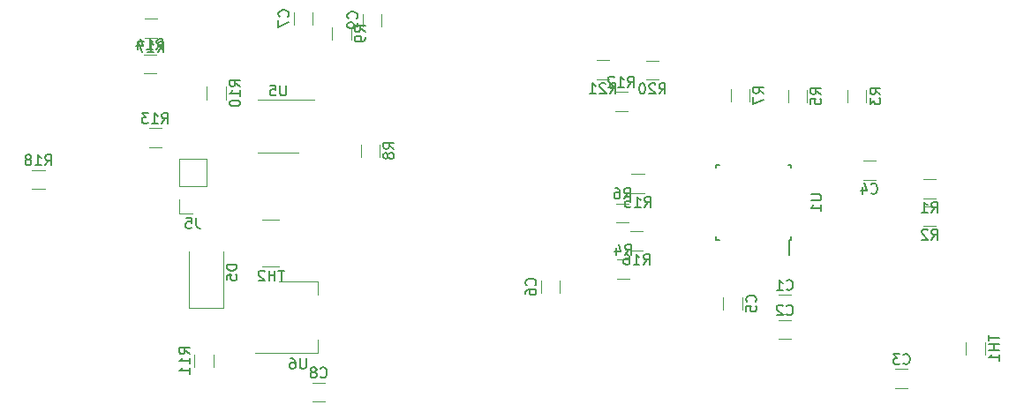
<source format=gbr>
%TF.GenerationSoftware,KiCad,Pcbnew,5.1.6-c6e7f7d~87~ubuntu18.04.1*%
%TF.CreationDate,2021-03-29T12:27:15+02:00*%
%TF.ProjectId,sboxnet2usb,73626f78-6e65-4743-9275-73622e6b6963,rev?*%
%TF.SameCoordinates,Original*%
%TF.FileFunction,Legend,Bot*%
%TF.FilePolarity,Positive*%
%FSLAX46Y46*%
G04 Gerber Fmt 4.6, Leading zero omitted, Abs format (unit mm)*
G04 Created by KiCad (PCBNEW 5.1.6-c6e7f7d~87~ubuntu18.04.1) date 2021-03-29 12:27:15*
%MOMM*%
%LPD*%
G01*
G04 APERTURE LIST*
%ADD10C,0.120000*%
%ADD11C,0.150000*%
G04 APERTURE END LIST*
D10*
%TO.C,R10*%
X174665000Y-94102064D02*
X174665000Y-92897936D01*
X176485000Y-94102064D02*
X176485000Y-92897936D01*
%TO.C,D5*%
X176250000Y-114100000D02*
X176250000Y-108700000D01*
X172950000Y-114100000D02*
X172950000Y-108700000D01*
X176250000Y-114100000D02*
X172950000Y-114100000D01*
%TO.C,R13*%
X170302065Y-98710000D02*
X169097937Y-98710000D01*
X170302065Y-96890000D02*
X169097937Y-96890000D01*
%TO.C,R17*%
X168697936Y-86390000D02*
X169902064Y-86390000D01*
X168697936Y-88210000D02*
X169902064Y-88210000D01*
%TO.C,J5*%
X171970000Y-105030000D02*
X173300000Y-105030000D01*
X171970000Y-103700000D02*
X171970000Y-105030000D01*
X171970000Y-102430000D02*
X174630000Y-102430000D01*
X174630000Y-102430000D02*
X174630000Y-99830000D01*
X171970000Y-102430000D02*
X171970000Y-99830000D01*
X171970000Y-99830000D02*
X174630000Y-99830000D01*
%TO.C,R18*%
X159102064Y-100890000D02*
X157897936Y-100890000D01*
X159102064Y-102710000D02*
X157897936Y-102710000D01*
%TO.C,R14*%
X169802064Y-91610000D02*
X168597936Y-91610000D01*
X169802064Y-89790000D02*
X168597936Y-89790000D01*
%TO.C,U5*%
X181500000Y-94140000D02*
X184950000Y-94140000D01*
X181500000Y-94140000D02*
X179550000Y-94140000D01*
X181500000Y-99260000D02*
X183450000Y-99260000D01*
X181500000Y-99260000D02*
X179550000Y-99260000D01*
%TO.C,R11*%
X175285000Y-118572936D02*
X175285000Y-119777064D01*
X173465000Y-118572936D02*
X173465000Y-119777064D01*
%TO.C,TH2*%
X180002631Y-105690000D02*
X181597369Y-105690000D01*
X180002631Y-110110000D02*
X181597369Y-110110000D01*
%TO.C,C8*%
X186002064Y-123110000D02*
X184797936Y-123110000D01*
X186002064Y-121290000D02*
X184797936Y-121290000D01*
%TO.C,R8*%
X189415000Y-99627064D02*
X189415000Y-98422936D01*
X191235000Y-99627064D02*
X191235000Y-98422936D01*
%TO.C,R21*%
X212047936Y-90365000D02*
X213252064Y-90365000D01*
X212047936Y-92185000D02*
X213252064Y-92185000D01*
%TO.C,R20*%
X216797936Y-90390000D02*
X218002064Y-90390000D01*
X216797936Y-92210000D02*
X218002064Y-92210000D01*
%TO.C,C7*%
X182990000Y-85722935D02*
X182990000Y-86927063D01*
X184810000Y-85722935D02*
X184810000Y-86927063D01*
%TO.C,C9*%
X189590000Y-85897936D02*
X189590000Y-87102064D01*
X191410000Y-85897936D02*
X191410000Y-87102064D01*
%TO.C,U6*%
X185310000Y-111590000D02*
X185310000Y-112850000D01*
X185310000Y-118410000D02*
X185310000Y-117150000D01*
X181550000Y-111590000D02*
X185310000Y-111590000D01*
X179300000Y-118410000D02*
X185310000Y-118410000D01*
%TO.C,R16*%
X215297936Y-106790000D02*
X216502064Y-106790000D01*
X215297936Y-108610000D02*
X216502064Y-108610000D01*
%TO.C,R15*%
X215397936Y-101290000D02*
X216602064Y-101290000D01*
X215397936Y-103110000D02*
X216602064Y-103110000D01*
%TO.C,R12*%
X215002064Y-93390000D02*
X213797936Y-93390000D01*
X215002064Y-95210000D02*
X213797936Y-95210000D01*
%TO.C,C5*%
X226009999Y-114302064D02*
X226009999Y-113097936D01*
X224189999Y-114302064D02*
X224189999Y-113097936D01*
D11*
%TO.C,U1*%
X230725000Y-107625000D02*
X230500000Y-107625000D01*
X230725000Y-100375000D02*
X230400000Y-100375000D01*
X223475000Y-100375000D02*
X223800000Y-100375000D01*
X223475000Y-107625000D02*
X223800000Y-107625000D01*
X230725000Y-107625000D02*
X230725000Y-107300000D01*
X223475000Y-107625000D02*
X223475000Y-107300000D01*
X223475000Y-100375000D02*
X223475000Y-100700000D01*
X230725000Y-100375000D02*
X230725000Y-100700000D01*
X230500000Y-107625000D02*
X230500000Y-109050000D01*
D10*
%TO.C,TH1*%
X249310000Y-118602064D02*
X249310000Y-117397936D01*
X247490000Y-118602064D02*
X247490000Y-117397936D01*
%TO.C,R7*%
X226710000Y-94302064D02*
X226710000Y-93097936D01*
X224890000Y-94302064D02*
X224890000Y-93097936D01*
%TO.C,R6*%
X215102064Y-104090000D02*
X213897936Y-104090000D01*
X215102064Y-105910000D02*
X213897936Y-105910000D01*
%TO.C,R5*%
X232210000Y-94402064D02*
X232210000Y-93197936D01*
X230390000Y-94402064D02*
X230390000Y-93197936D01*
%TO.C,R4*%
X215202064Y-109490000D02*
X213997936Y-109490000D01*
X215202064Y-111310000D02*
X213997936Y-111310000D01*
%TO.C,R3*%
X237910000Y-94402064D02*
X237910000Y-93197936D01*
X236090000Y-94402064D02*
X236090000Y-93197936D01*
%TO.C,R2*%
X243397936Y-106210000D02*
X244602064Y-106210000D01*
X243397936Y-104390000D02*
X244602064Y-104390000D01*
%TO.C,R1*%
X243397936Y-103610000D02*
X244602064Y-103610000D01*
X243397936Y-101790000D02*
X244602064Y-101790000D01*
%TO.C,C6*%
X206690000Y-111497936D02*
X206690000Y-112702064D01*
X208510000Y-111497936D02*
X208510000Y-112702064D01*
%TO.C,C4*%
X237597936Y-101810000D02*
X238802064Y-101810000D01*
X237597936Y-99990000D02*
X238802064Y-99990000D01*
%TO.C,C3*%
X241902064Y-119990000D02*
X240697936Y-119990000D01*
X241902064Y-121810000D02*
X240697936Y-121810000D01*
%TO.C,C2*%
X230702064Y-115290000D02*
X229497936Y-115290000D01*
X230702064Y-117110000D02*
X229497936Y-117110000D01*
%TO.C,C1*%
X230702064Y-112890000D02*
X229497936Y-112890000D01*
X230702064Y-114710000D02*
X229497936Y-114710000D01*
%TO.C,R9*%
X186665000Y-88402064D02*
X186665000Y-87197936D01*
X188485000Y-88402064D02*
X188485000Y-87197936D01*
%TO.C,R10*%
D11*
X177847380Y-92857142D02*
X177371190Y-92523809D01*
X177847380Y-92285714D02*
X176847380Y-92285714D01*
X176847380Y-92666666D01*
X176895000Y-92761904D01*
X176942619Y-92809523D01*
X177037857Y-92857142D01*
X177180714Y-92857142D01*
X177275952Y-92809523D01*
X177323571Y-92761904D01*
X177371190Y-92666666D01*
X177371190Y-92285714D01*
X177847380Y-93809523D02*
X177847380Y-93238095D01*
X177847380Y-93523809D02*
X176847380Y-93523809D01*
X176990238Y-93428571D01*
X177085476Y-93333333D01*
X177133095Y-93238095D01*
X176847380Y-94428571D02*
X176847380Y-94523809D01*
X176895000Y-94619047D01*
X176942619Y-94666666D01*
X177037857Y-94714285D01*
X177228333Y-94761904D01*
X177466428Y-94761904D01*
X177656904Y-94714285D01*
X177752142Y-94666666D01*
X177799761Y-94619047D01*
X177847380Y-94523809D01*
X177847380Y-94428571D01*
X177799761Y-94333333D01*
X177752142Y-94285714D01*
X177656904Y-94238095D01*
X177466428Y-94190476D01*
X177228333Y-94190476D01*
X177037857Y-94238095D01*
X176942619Y-94285714D01*
X176895000Y-94333333D01*
X176847380Y-94428571D01*
%TO.C,D5*%
X177552380Y-109961904D02*
X176552380Y-109961904D01*
X176552380Y-110200000D01*
X176600000Y-110342857D01*
X176695238Y-110438095D01*
X176790476Y-110485714D01*
X176980952Y-110533333D01*
X177123809Y-110533333D01*
X177314285Y-110485714D01*
X177409523Y-110438095D01*
X177504761Y-110342857D01*
X177552380Y-110200000D01*
X177552380Y-109961904D01*
X176552380Y-111438095D02*
X176552380Y-110961904D01*
X177028571Y-110914285D01*
X176980952Y-110961904D01*
X176933333Y-111057142D01*
X176933333Y-111295238D01*
X176980952Y-111390476D01*
X177028571Y-111438095D01*
X177123809Y-111485714D01*
X177361904Y-111485714D01*
X177457142Y-111438095D01*
X177504761Y-111390476D01*
X177552380Y-111295238D01*
X177552380Y-111057142D01*
X177504761Y-110961904D01*
X177457142Y-110914285D01*
%TO.C,R13*%
X170342858Y-96432380D02*
X170676191Y-95956190D01*
X170914286Y-96432380D02*
X170914286Y-95432380D01*
X170533334Y-95432380D01*
X170438096Y-95480000D01*
X170390477Y-95527619D01*
X170342858Y-95622857D01*
X170342858Y-95765714D01*
X170390477Y-95860952D01*
X170438096Y-95908571D01*
X170533334Y-95956190D01*
X170914286Y-95956190D01*
X169390477Y-96432380D02*
X169961905Y-96432380D01*
X169676191Y-96432380D02*
X169676191Y-95432380D01*
X169771429Y-95575238D01*
X169866667Y-95670476D01*
X169961905Y-95718095D01*
X169057143Y-95432380D02*
X168438096Y-95432380D01*
X168771429Y-95813333D01*
X168628572Y-95813333D01*
X168533334Y-95860952D01*
X168485715Y-95908571D01*
X168438096Y-96003809D01*
X168438096Y-96241904D01*
X168485715Y-96337142D01*
X168533334Y-96384761D01*
X168628572Y-96432380D01*
X168914286Y-96432380D01*
X169009524Y-96384761D01*
X169057143Y-96337142D01*
%TO.C,R17*%
X169942857Y-89572380D02*
X170276190Y-89096190D01*
X170514285Y-89572380D02*
X170514285Y-88572380D01*
X170133333Y-88572380D01*
X170038095Y-88620000D01*
X169990476Y-88667619D01*
X169942857Y-88762857D01*
X169942857Y-88905714D01*
X169990476Y-89000952D01*
X170038095Y-89048571D01*
X170133333Y-89096190D01*
X170514285Y-89096190D01*
X168990476Y-89572380D02*
X169561904Y-89572380D01*
X169276190Y-89572380D02*
X169276190Y-88572380D01*
X169371428Y-88715238D01*
X169466666Y-88810476D01*
X169561904Y-88858095D01*
X168657142Y-88572380D02*
X167990476Y-88572380D01*
X168419047Y-89572380D01*
%TO.C,J5*%
X173633333Y-105482380D02*
X173633333Y-106196666D01*
X173680952Y-106339523D01*
X173776190Y-106434761D01*
X173919047Y-106482380D01*
X174014285Y-106482380D01*
X172680952Y-105482380D02*
X173157142Y-105482380D01*
X173204761Y-105958571D01*
X173157142Y-105910952D01*
X173061904Y-105863333D01*
X172823809Y-105863333D01*
X172728571Y-105910952D01*
X172680952Y-105958571D01*
X172633333Y-106053809D01*
X172633333Y-106291904D01*
X172680952Y-106387142D01*
X172728571Y-106434761D01*
X172823809Y-106482380D01*
X173061904Y-106482380D01*
X173157142Y-106434761D01*
X173204761Y-106387142D01*
%TO.C,R18*%
X159142857Y-100432380D02*
X159476190Y-99956190D01*
X159714285Y-100432380D02*
X159714285Y-99432380D01*
X159333333Y-99432380D01*
X159238095Y-99480000D01*
X159190476Y-99527619D01*
X159142857Y-99622857D01*
X159142857Y-99765714D01*
X159190476Y-99860952D01*
X159238095Y-99908571D01*
X159333333Y-99956190D01*
X159714285Y-99956190D01*
X158190476Y-100432380D02*
X158761904Y-100432380D01*
X158476190Y-100432380D02*
X158476190Y-99432380D01*
X158571428Y-99575238D01*
X158666666Y-99670476D01*
X158761904Y-99718095D01*
X157619047Y-99860952D02*
X157714285Y-99813333D01*
X157761904Y-99765714D01*
X157809523Y-99670476D01*
X157809523Y-99622857D01*
X157761904Y-99527619D01*
X157714285Y-99480000D01*
X157619047Y-99432380D01*
X157428571Y-99432380D01*
X157333333Y-99480000D01*
X157285714Y-99527619D01*
X157238095Y-99622857D01*
X157238095Y-99670476D01*
X157285714Y-99765714D01*
X157333333Y-99813333D01*
X157428571Y-99860952D01*
X157619047Y-99860952D01*
X157714285Y-99908571D01*
X157761904Y-99956190D01*
X157809523Y-100051428D01*
X157809523Y-100241904D01*
X157761904Y-100337142D01*
X157714285Y-100384761D01*
X157619047Y-100432380D01*
X157428571Y-100432380D01*
X157333333Y-100384761D01*
X157285714Y-100337142D01*
X157238095Y-100241904D01*
X157238095Y-100051428D01*
X157285714Y-99956190D01*
X157333333Y-99908571D01*
X157428571Y-99860952D01*
%TO.C,R14*%
X169842857Y-89332380D02*
X170176190Y-88856190D01*
X170414285Y-89332380D02*
X170414285Y-88332380D01*
X170033333Y-88332380D01*
X169938095Y-88380000D01*
X169890476Y-88427619D01*
X169842857Y-88522857D01*
X169842857Y-88665714D01*
X169890476Y-88760952D01*
X169938095Y-88808571D01*
X170033333Y-88856190D01*
X170414285Y-88856190D01*
X168890476Y-89332380D02*
X169461904Y-89332380D01*
X169176190Y-89332380D02*
X169176190Y-88332380D01*
X169271428Y-88475238D01*
X169366666Y-88570476D01*
X169461904Y-88618095D01*
X168033333Y-88665714D02*
X168033333Y-89332380D01*
X168271428Y-88284761D02*
X168509523Y-88999047D01*
X167890476Y-88999047D01*
%TO.C,U5*%
X182261904Y-92752380D02*
X182261904Y-93561904D01*
X182214285Y-93657142D01*
X182166666Y-93704761D01*
X182071428Y-93752380D01*
X181880952Y-93752380D01*
X181785714Y-93704761D01*
X181738095Y-93657142D01*
X181690476Y-93561904D01*
X181690476Y-92752380D01*
X180738095Y-92752380D02*
X181214285Y-92752380D01*
X181261904Y-93228571D01*
X181214285Y-93180952D01*
X181119047Y-93133333D01*
X180880952Y-93133333D01*
X180785714Y-93180952D01*
X180738095Y-93228571D01*
X180690476Y-93323809D01*
X180690476Y-93561904D01*
X180738095Y-93657142D01*
X180785714Y-93704761D01*
X180880952Y-93752380D01*
X181119047Y-93752380D01*
X181214285Y-93704761D01*
X181261904Y-93657142D01*
%TO.C,R11*%
X173007380Y-118532142D02*
X172531190Y-118198809D01*
X173007380Y-117960714D02*
X172007380Y-117960714D01*
X172007380Y-118341666D01*
X172055000Y-118436904D01*
X172102619Y-118484523D01*
X172197857Y-118532142D01*
X172340714Y-118532142D01*
X172435952Y-118484523D01*
X172483571Y-118436904D01*
X172531190Y-118341666D01*
X172531190Y-117960714D01*
X173007380Y-119484523D02*
X173007380Y-118913095D01*
X173007380Y-119198809D02*
X172007380Y-119198809D01*
X172150238Y-119103571D01*
X172245476Y-119008333D01*
X172293095Y-118913095D01*
X173007380Y-120436904D02*
X173007380Y-119865476D01*
X173007380Y-120151190D02*
X172007380Y-120151190D01*
X172150238Y-120055952D01*
X172245476Y-119960714D01*
X172293095Y-119865476D01*
%TO.C,TH2*%
X182085714Y-110532380D02*
X181514285Y-110532380D01*
X181800000Y-111532380D02*
X181800000Y-110532380D01*
X181180952Y-111532380D02*
X181180952Y-110532380D01*
X181180952Y-111008571D02*
X180609523Y-111008571D01*
X180609523Y-111532380D02*
X180609523Y-110532380D01*
X180180952Y-110627619D02*
X180133333Y-110580000D01*
X180038095Y-110532380D01*
X179800000Y-110532380D01*
X179704761Y-110580000D01*
X179657142Y-110627619D01*
X179609523Y-110722857D01*
X179609523Y-110818095D01*
X179657142Y-110960952D01*
X180228571Y-111532380D01*
X179609523Y-111532380D01*
%TO.C,C8*%
X185566666Y-120737142D02*
X185614285Y-120784761D01*
X185757142Y-120832380D01*
X185852380Y-120832380D01*
X185995238Y-120784761D01*
X186090476Y-120689523D01*
X186138095Y-120594285D01*
X186185714Y-120403809D01*
X186185714Y-120260952D01*
X186138095Y-120070476D01*
X186090476Y-119975238D01*
X185995238Y-119880000D01*
X185852380Y-119832380D01*
X185757142Y-119832380D01*
X185614285Y-119880000D01*
X185566666Y-119927619D01*
X184995238Y-120260952D02*
X185090476Y-120213333D01*
X185138095Y-120165714D01*
X185185714Y-120070476D01*
X185185714Y-120022857D01*
X185138095Y-119927619D01*
X185090476Y-119880000D01*
X184995238Y-119832380D01*
X184804761Y-119832380D01*
X184709523Y-119880000D01*
X184661904Y-119927619D01*
X184614285Y-120022857D01*
X184614285Y-120070476D01*
X184661904Y-120165714D01*
X184709523Y-120213333D01*
X184804761Y-120260952D01*
X184995238Y-120260952D01*
X185090476Y-120308571D01*
X185138095Y-120356190D01*
X185185714Y-120451428D01*
X185185714Y-120641904D01*
X185138095Y-120737142D01*
X185090476Y-120784761D01*
X184995238Y-120832380D01*
X184804761Y-120832380D01*
X184709523Y-120784761D01*
X184661904Y-120737142D01*
X184614285Y-120641904D01*
X184614285Y-120451428D01*
X184661904Y-120356190D01*
X184709523Y-120308571D01*
X184804761Y-120260952D01*
%TO.C,R8*%
X192597380Y-98858333D02*
X192121190Y-98525000D01*
X192597380Y-98286904D02*
X191597380Y-98286904D01*
X191597380Y-98667857D01*
X191645000Y-98763095D01*
X191692619Y-98810714D01*
X191787857Y-98858333D01*
X191930714Y-98858333D01*
X192025952Y-98810714D01*
X192073571Y-98763095D01*
X192121190Y-98667857D01*
X192121190Y-98286904D01*
X192025952Y-99429761D02*
X191978333Y-99334523D01*
X191930714Y-99286904D01*
X191835476Y-99239285D01*
X191787857Y-99239285D01*
X191692619Y-99286904D01*
X191645000Y-99334523D01*
X191597380Y-99429761D01*
X191597380Y-99620238D01*
X191645000Y-99715476D01*
X191692619Y-99763095D01*
X191787857Y-99810714D01*
X191835476Y-99810714D01*
X191930714Y-99763095D01*
X191978333Y-99715476D01*
X192025952Y-99620238D01*
X192025952Y-99429761D01*
X192073571Y-99334523D01*
X192121190Y-99286904D01*
X192216428Y-99239285D01*
X192406904Y-99239285D01*
X192502142Y-99286904D01*
X192549761Y-99334523D01*
X192597380Y-99429761D01*
X192597380Y-99620238D01*
X192549761Y-99715476D01*
X192502142Y-99763095D01*
X192406904Y-99810714D01*
X192216428Y-99810714D01*
X192121190Y-99763095D01*
X192073571Y-99715476D01*
X192025952Y-99620238D01*
%TO.C,R21*%
X213292857Y-93547380D02*
X213626190Y-93071190D01*
X213864285Y-93547380D02*
X213864285Y-92547380D01*
X213483333Y-92547380D01*
X213388095Y-92595000D01*
X213340476Y-92642619D01*
X213292857Y-92737857D01*
X213292857Y-92880714D01*
X213340476Y-92975952D01*
X213388095Y-93023571D01*
X213483333Y-93071190D01*
X213864285Y-93071190D01*
X212911904Y-92642619D02*
X212864285Y-92595000D01*
X212769047Y-92547380D01*
X212530952Y-92547380D01*
X212435714Y-92595000D01*
X212388095Y-92642619D01*
X212340476Y-92737857D01*
X212340476Y-92833095D01*
X212388095Y-92975952D01*
X212959523Y-93547380D01*
X212340476Y-93547380D01*
X211388095Y-93547380D02*
X211959523Y-93547380D01*
X211673809Y-93547380D02*
X211673809Y-92547380D01*
X211769047Y-92690238D01*
X211864285Y-92785476D01*
X211959523Y-92833095D01*
%TO.C,R20*%
X218042857Y-93572380D02*
X218376190Y-93096190D01*
X218614285Y-93572380D02*
X218614285Y-92572380D01*
X218233333Y-92572380D01*
X218138095Y-92620000D01*
X218090476Y-92667619D01*
X218042857Y-92762857D01*
X218042857Y-92905714D01*
X218090476Y-93000952D01*
X218138095Y-93048571D01*
X218233333Y-93096190D01*
X218614285Y-93096190D01*
X217661904Y-92667619D02*
X217614285Y-92620000D01*
X217519047Y-92572380D01*
X217280952Y-92572380D01*
X217185714Y-92620000D01*
X217138095Y-92667619D01*
X217090476Y-92762857D01*
X217090476Y-92858095D01*
X217138095Y-93000952D01*
X217709523Y-93572380D01*
X217090476Y-93572380D01*
X216471428Y-92572380D02*
X216376190Y-92572380D01*
X216280952Y-92620000D01*
X216233333Y-92667619D01*
X216185714Y-92762857D01*
X216138095Y-92953333D01*
X216138095Y-93191428D01*
X216185714Y-93381904D01*
X216233333Y-93477142D01*
X216280952Y-93524761D01*
X216376190Y-93572380D01*
X216471428Y-93572380D01*
X216566666Y-93524761D01*
X216614285Y-93477142D01*
X216661904Y-93381904D01*
X216709523Y-93191428D01*
X216709523Y-92953333D01*
X216661904Y-92762857D01*
X216614285Y-92667619D01*
X216566666Y-92620000D01*
X216471428Y-92572380D01*
%TO.C,C7*%
X182437142Y-86158332D02*
X182484761Y-86110713D01*
X182532380Y-85967856D01*
X182532380Y-85872618D01*
X182484761Y-85729760D01*
X182389523Y-85634522D01*
X182294285Y-85586903D01*
X182103809Y-85539284D01*
X181960952Y-85539284D01*
X181770476Y-85586903D01*
X181675238Y-85634522D01*
X181580000Y-85729760D01*
X181532380Y-85872618D01*
X181532380Y-85967856D01*
X181580000Y-86110713D01*
X181627619Y-86158332D01*
X181532380Y-86491665D02*
X181532380Y-87158332D01*
X182532380Y-86729760D01*
%TO.C,C9*%
X189037142Y-86333333D02*
X189084761Y-86285714D01*
X189132380Y-86142857D01*
X189132380Y-86047619D01*
X189084761Y-85904761D01*
X188989523Y-85809523D01*
X188894285Y-85761904D01*
X188703809Y-85714285D01*
X188560952Y-85714285D01*
X188370476Y-85761904D01*
X188275238Y-85809523D01*
X188180000Y-85904761D01*
X188132380Y-86047619D01*
X188132380Y-86142857D01*
X188180000Y-86285714D01*
X188227619Y-86333333D01*
X189132380Y-86809523D02*
X189132380Y-87000000D01*
X189084761Y-87095238D01*
X189037142Y-87142857D01*
X188894285Y-87238095D01*
X188703809Y-87285714D01*
X188322857Y-87285714D01*
X188227619Y-87238095D01*
X188180000Y-87190476D01*
X188132380Y-87095238D01*
X188132380Y-86904761D01*
X188180000Y-86809523D01*
X188227619Y-86761904D01*
X188322857Y-86714285D01*
X188560952Y-86714285D01*
X188656190Y-86761904D01*
X188703809Y-86809523D01*
X188751428Y-86904761D01*
X188751428Y-87095238D01*
X188703809Y-87190476D01*
X188656190Y-87238095D01*
X188560952Y-87285714D01*
%TO.C,U6*%
X184161904Y-118952380D02*
X184161904Y-119761904D01*
X184114285Y-119857142D01*
X184066666Y-119904761D01*
X183971428Y-119952380D01*
X183780952Y-119952380D01*
X183685714Y-119904761D01*
X183638095Y-119857142D01*
X183590476Y-119761904D01*
X183590476Y-118952380D01*
X182685714Y-118952380D02*
X182876190Y-118952380D01*
X182971428Y-119000000D01*
X183019047Y-119047619D01*
X183114285Y-119190476D01*
X183161904Y-119380952D01*
X183161904Y-119761904D01*
X183114285Y-119857142D01*
X183066666Y-119904761D01*
X182971428Y-119952380D01*
X182780952Y-119952380D01*
X182685714Y-119904761D01*
X182638095Y-119857142D01*
X182590476Y-119761904D01*
X182590476Y-119523809D01*
X182638095Y-119428571D01*
X182685714Y-119380952D01*
X182780952Y-119333333D01*
X182971428Y-119333333D01*
X183066666Y-119380952D01*
X183114285Y-119428571D01*
X183161904Y-119523809D01*
%TO.C,R16*%
X216542857Y-109972380D02*
X216876190Y-109496190D01*
X217114285Y-109972380D02*
X217114285Y-108972380D01*
X216733333Y-108972380D01*
X216638095Y-109020000D01*
X216590476Y-109067619D01*
X216542857Y-109162857D01*
X216542857Y-109305714D01*
X216590476Y-109400952D01*
X216638095Y-109448571D01*
X216733333Y-109496190D01*
X217114285Y-109496190D01*
X215590476Y-109972380D02*
X216161904Y-109972380D01*
X215876190Y-109972380D02*
X215876190Y-108972380D01*
X215971428Y-109115238D01*
X216066666Y-109210476D01*
X216161904Y-109258095D01*
X214733333Y-108972380D02*
X214923809Y-108972380D01*
X215019047Y-109020000D01*
X215066666Y-109067619D01*
X215161904Y-109210476D01*
X215209523Y-109400952D01*
X215209523Y-109781904D01*
X215161904Y-109877142D01*
X215114285Y-109924761D01*
X215019047Y-109972380D01*
X214828571Y-109972380D01*
X214733333Y-109924761D01*
X214685714Y-109877142D01*
X214638095Y-109781904D01*
X214638095Y-109543809D01*
X214685714Y-109448571D01*
X214733333Y-109400952D01*
X214828571Y-109353333D01*
X215019047Y-109353333D01*
X215114285Y-109400952D01*
X215161904Y-109448571D01*
X215209523Y-109543809D01*
%TO.C,R15*%
X216642857Y-104472380D02*
X216976190Y-103996190D01*
X217214285Y-104472380D02*
X217214285Y-103472380D01*
X216833333Y-103472380D01*
X216738095Y-103520000D01*
X216690476Y-103567619D01*
X216642857Y-103662857D01*
X216642857Y-103805714D01*
X216690476Y-103900952D01*
X216738095Y-103948571D01*
X216833333Y-103996190D01*
X217214285Y-103996190D01*
X215690476Y-104472380D02*
X216261904Y-104472380D01*
X215976190Y-104472380D02*
X215976190Y-103472380D01*
X216071428Y-103615238D01*
X216166666Y-103710476D01*
X216261904Y-103758095D01*
X214785714Y-103472380D02*
X215261904Y-103472380D01*
X215309523Y-103948571D01*
X215261904Y-103900952D01*
X215166666Y-103853333D01*
X214928571Y-103853333D01*
X214833333Y-103900952D01*
X214785714Y-103948571D01*
X214738095Y-104043809D01*
X214738095Y-104281904D01*
X214785714Y-104377142D01*
X214833333Y-104424761D01*
X214928571Y-104472380D01*
X215166666Y-104472380D01*
X215261904Y-104424761D01*
X215309523Y-104377142D01*
%TO.C,R12*%
X215042857Y-92932380D02*
X215376190Y-92456190D01*
X215614285Y-92932380D02*
X215614285Y-91932380D01*
X215233333Y-91932380D01*
X215138095Y-91980000D01*
X215090476Y-92027619D01*
X215042857Y-92122857D01*
X215042857Y-92265714D01*
X215090476Y-92360952D01*
X215138095Y-92408571D01*
X215233333Y-92456190D01*
X215614285Y-92456190D01*
X214090476Y-92932380D02*
X214661904Y-92932380D01*
X214376190Y-92932380D02*
X214376190Y-91932380D01*
X214471428Y-92075238D01*
X214566666Y-92170476D01*
X214661904Y-92218095D01*
X213709523Y-92027619D02*
X213661904Y-91980000D01*
X213566666Y-91932380D01*
X213328571Y-91932380D01*
X213233333Y-91980000D01*
X213185714Y-92027619D01*
X213138095Y-92122857D01*
X213138095Y-92218095D01*
X213185714Y-92360952D01*
X213757142Y-92932380D01*
X213138095Y-92932380D01*
%TO.C,C5*%
X227277141Y-113533333D02*
X227324760Y-113485714D01*
X227372379Y-113342857D01*
X227372379Y-113247619D01*
X227324760Y-113104761D01*
X227229522Y-113009523D01*
X227134284Y-112961904D01*
X226943808Y-112914285D01*
X226800951Y-112914285D01*
X226610475Y-112961904D01*
X226515237Y-113009523D01*
X226419999Y-113104761D01*
X226372379Y-113247619D01*
X226372379Y-113342857D01*
X226419999Y-113485714D01*
X226467618Y-113533333D01*
X226372379Y-114438095D02*
X226372379Y-113961904D01*
X226848570Y-113914285D01*
X226800951Y-113961904D01*
X226753332Y-114057142D01*
X226753332Y-114295238D01*
X226800951Y-114390476D01*
X226848570Y-114438095D01*
X226943808Y-114485714D01*
X227181903Y-114485714D01*
X227277141Y-114438095D01*
X227324760Y-114390476D01*
X227372379Y-114295238D01*
X227372379Y-114057142D01*
X227324760Y-113961904D01*
X227277141Y-113914285D01*
%TO.C,U1*%
X232602380Y-103238095D02*
X233411904Y-103238095D01*
X233507142Y-103285714D01*
X233554761Y-103333333D01*
X233602380Y-103428571D01*
X233602380Y-103619047D01*
X233554761Y-103714285D01*
X233507142Y-103761904D01*
X233411904Y-103809523D01*
X232602380Y-103809523D01*
X233602380Y-104809523D02*
X233602380Y-104238095D01*
X233602380Y-104523809D02*
X232602380Y-104523809D01*
X232745238Y-104428571D01*
X232840476Y-104333333D01*
X232888095Y-104238095D01*
%TO.C,TH1*%
X249672380Y-116714285D02*
X249672380Y-117285714D01*
X250672380Y-117000000D02*
X249672380Y-117000000D01*
X250672380Y-117619047D02*
X249672380Y-117619047D01*
X250148571Y-117619047D02*
X250148571Y-118190476D01*
X250672380Y-118190476D02*
X249672380Y-118190476D01*
X250672380Y-119190476D02*
X250672380Y-118619047D01*
X250672380Y-118904761D02*
X249672380Y-118904761D01*
X249815238Y-118809523D01*
X249910476Y-118714285D01*
X249958095Y-118619047D01*
%TO.C,R7*%
X228072380Y-93533333D02*
X227596190Y-93200000D01*
X228072380Y-92961904D02*
X227072380Y-92961904D01*
X227072380Y-93342857D01*
X227120000Y-93438095D01*
X227167619Y-93485714D01*
X227262857Y-93533333D01*
X227405714Y-93533333D01*
X227500952Y-93485714D01*
X227548571Y-93438095D01*
X227596190Y-93342857D01*
X227596190Y-92961904D01*
X227072380Y-93866666D02*
X227072380Y-94533333D01*
X228072380Y-94104761D01*
%TO.C,R6*%
X214666666Y-103632380D02*
X215000000Y-103156190D01*
X215238095Y-103632380D02*
X215238095Y-102632380D01*
X214857142Y-102632380D01*
X214761904Y-102680000D01*
X214714285Y-102727619D01*
X214666666Y-102822857D01*
X214666666Y-102965714D01*
X214714285Y-103060952D01*
X214761904Y-103108571D01*
X214857142Y-103156190D01*
X215238095Y-103156190D01*
X213809523Y-102632380D02*
X214000000Y-102632380D01*
X214095238Y-102680000D01*
X214142857Y-102727619D01*
X214238095Y-102870476D01*
X214285714Y-103060952D01*
X214285714Y-103441904D01*
X214238095Y-103537142D01*
X214190476Y-103584761D01*
X214095238Y-103632380D01*
X213904761Y-103632380D01*
X213809523Y-103584761D01*
X213761904Y-103537142D01*
X213714285Y-103441904D01*
X213714285Y-103203809D01*
X213761904Y-103108571D01*
X213809523Y-103060952D01*
X213904761Y-103013333D01*
X214095238Y-103013333D01*
X214190476Y-103060952D01*
X214238095Y-103108571D01*
X214285714Y-103203809D01*
%TO.C,R5*%
X233572380Y-93633333D02*
X233096190Y-93300000D01*
X233572380Y-93061904D02*
X232572380Y-93061904D01*
X232572380Y-93442857D01*
X232620000Y-93538095D01*
X232667619Y-93585714D01*
X232762857Y-93633333D01*
X232905714Y-93633333D01*
X233000952Y-93585714D01*
X233048571Y-93538095D01*
X233096190Y-93442857D01*
X233096190Y-93061904D01*
X232572380Y-94538095D02*
X232572380Y-94061904D01*
X233048571Y-94014285D01*
X233000952Y-94061904D01*
X232953333Y-94157142D01*
X232953333Y-94395238D01*
X233000952Y-94490476D01*
X233048571Y-94538095D01*
X233143809Y-94585714D01*
X233381904Y-94585714D01*
X233477142Y-94538095D01*
X233524761Y-94490476D01*
X233572380Y-94395238D01*
X233572380Y-94157142D01*
X233524761Y-94061904D01*
X233477142Y-94014285D01*
%TO.C,R4*%
X214766666Y-109032380D02*
X215100000Y-108556190D01*
X215338095Y-109032380D02*
X215338095Y-108032380D01*
X214957142Y-108032380D01*
X214861904Y-108080000D01*
X214814285Y-108127619D01*
X214766666Y-108222857D01*
X214766666Y-108365714D01*
X214814285Y-108460952D01*
X214861904Y-108508571D01*
X214957142Y-108556190D01*
X215338095Y-108556190D01*
X213909523Y-108365714D02*
X213909523Y-109032380D01*
X214147619Y-107984761D02*
X214385714Y-108699047D01*
X213766666Y-108699047D01*
%TO.C,R3*%
X239272380Y-93633333D02*
X238796190Y-93300000D01*
X239272380Y-93061904D02*
X238272380Y-93061904D01*
X238272380Y-93442857D01*
X238320000Y-93538095D01*
X238367619Y-93585714D01*
X238462857Y-93633333D01*
X238605714Y-93633333D01*
X238700952Y-93585714D01*
X238748571Y-93538095D01*
X238796190Y-93442857D01*
X238796190Y-93061904D01*
X238272380Y-93966666D02*
X238272380Y-94585714D01*
X238653333Y-94252380D01*
X238653333Y-94395238D01*
X238700952Y-94490476D01*
X238748571Y-94538095D01*
X238843809Y-94585714D01*
X239081904Y-94585714D01*
X239177142Y-94538095D01*
X239224761Y-94490476D01*
X239272380Y-94395238D01*
X239272380Y-94109523D01*
X239224761Y-94014285D01*
X239177142Y-93966666D01*
%TO.C,R2*%
X244166666Y-107572380D02*
X244500000Y-107096190D01*
X244738095Y-107572380D02*
X244738095Y-106572380D01*
X244357142Y-106572380D01*
X244261904Y-106620000D01*
X244214285Y-106667619D01*
X244166666Y-106762857D01*
X244166666Y-106905714D01*
X244214285Y-107000952D01*
X244261904Y-107048571D01*
X244357142Y-107096190D01*
X244738095Y-107096190D01*
X243785714Y-106667619D02*
X243738095Y-106620000D01*
X243642857Y-106572380D01*
X243404761Y-106572380D01*
X243309523Y-106620000D01*
X243261904Y-106667619D01*
X243214285Y-106762857D01*
X243214285Y-106858095D01*
X243261904Y-107000952D01*
X243833333Y-107572380D01*
X243214285Y-107572380D01*
%TO.C,R1*%
X244166666Y-104972380D02*
X244500000Y-104496190D01*
X244738095Y-104972380D02*
X244738095Y-103972380D01*
X244357142Y-103972380D01*
X244261904Y-104020000D01*
X244214285Y-104067619D01*
X244166666Y-104162857D01*
X244166666Y-104305714D01*
X244214285Y-104400952D01*
X244261904Y-104448571D01*
X244357142Y-104496190D01*
X244738095Y-104496190D01*
X243214285Y-104972380D02*
X243785714Y-104972380D01*
X243500000Y-104972380D02*
X243500000Y-103972380D01*
X243595238Y-104115238D01*
X243690476Y-104210476D01*
X243785714Y-104258095D01*
%TO.C,C6*%
X206137142Y-111933333D02*
X206184761Y-111885714D01*
X206232380Y-111742857D01*
X206232380Y-111647619D01*
X206184761Y-111504761D01*
X206089523Y-111409523D01*
X205994285Y-111361904D01*
X205803809Y-111314285D01*
X205660952Y-111314285D01*
X205470476Y-111361904D01*
X205375238Y-111409523D01*
X205280000Y-111504761D01*
X205232380Y-111647619D01*
X205232380Y-111742857D01*
X205280000Y-111885714D01*
X205327619Y-111933333D01*
X205232380Y-112790476D02*
X205232380Y-112600000D01*
X205280000Y-112504761D01*
X205327619Y-112457142D01*
X205470476Y-112361904D01*
X205660952Y-112314285D01*
X206041904Y-112314285D01*
X206137142Y-112361904D01*
X206184761Y-112409523D01*
X206232380Y-112504761D01*
X206232380Y-112695238D01*
X206184761Y-112790476D01*
X206137142Y-112838095D01*
X206041904Y-112885714D01*
X205803809Y-112885714D01*
X205708571Y-112838095D01*
X205660952Y-112790476D01*
X205613333Y-112695238D01*
X205613333Y-112504761D01*
X205660952Y-112409523D01*
X205708571Y-112361904D01*
X205803809Y-112314285D01*
%TO.C,C4*%
X238366666Y-103077142D02*
X238414285Y-103124761D01*
X238557142Y-103172380D01*
X238652380Y-103172380D01*
X238795238Y-103124761D01*
X238890476Y-103029523D01*
X238938095Y-102934285D01*
X238985714Y-102743809D01*
X238985714Y-102600952D01*
X238938095Y-102410476D01*
X238890476Y-102315238D01*
X238795238Y-102220000D01*
X238652380Y-102172380D01*
X238557142Y-102172380D01*
X238414285Y-102220000D01*
X238366666Y-102267619D01*
X237509523Y-102505714D02*
X237509523Y-103172380D01*
X237747619Y-102124761D02*
X237985714Y-102839047D01*
X237366666Y-102839047D01*
%TO.C,C3*%
X241466666Y-119437142D02*
X241514285Y-119484761D01*
X241657142Y-119532380D01*
X241752380Y-119532380D01*
X241895238Y-119484761D01*
X241990476Y-119389523D01*
X242038095Y-119294285D01*
X242085714Y-119103809D01*
X242085714Y-118960952D01*
X242038095Y-118770476D01*
X241990476Y-118675238D01*
X241895238Y-118580000D01*
X241752380Y-118532380D01*
X241657142Y-118532380D01*
X241514285Y-118580000D01*
X241466666Y-118627619D01*
X241133333Y-118532380D02*
X240514285Y-118532380D01*
X240847619Y-118913333D01*
X240704761Y-118913333D01*
X240609523Y-118960952D01*
X240561904Y-119008571D01*
X240514285Y-119103809D01*
X240514285Y-119341904D01*
X240561904Y-119437142D01*
X240609523Y-119484761D01*
X240704761Y-119532380D01*
X240990476Y-119532380D01*
X241085714Y-119484761D01*
X241133333Y-119437142D01*
%TO.C,C2*%
X230266666Y-114737142D02*
X230314285Y-114784761D01*
X230457142Y-114832380D01*
X230552380Y-114832380D01*
X230695238Y-114784761D01*
X230790476Y-114689523D01*
X230838095Y-114594285D01*
X230885714Y-114403809D01*
X230885714Y-114260952D01*
X230838095Y-114070476D01*
X230790476Y-113975238D01*
X230695238Y-113880000D01*
X230552380Y-113832380D01*
X230457142Y-113832380D01*
X230314285Y-113880000D01*
X230266666Y-113927619D01*
X229885714Y-113927619D02*
X229838095Y-113880000D01*
X229742857Y-113832380D01*
X229504761Y-113832380D01*
X229409523Y-113880000D01*
X229361904Y-113927619D01*
X229314285Y-114022857D01*
X229314285Y-114118095D01*
X229361904Y-114260952D01*
X229933333Y-114832380D01*
X229314285Y-114832380D01*
%TO.C,C1*%
X230266666Y-112337142D02*
X230314285Y-112384761D01*
X230457142Y-112432380D01*
X230552380Y-112432380D01*
X230695238Y-112384761D01*
X230790476Y-112289523D01*
X230838095Y-112194285D01*
X230885714Y-112003809D01*
X230885714Y-111860952D01*
X230838095Y-111670476D01*
X230790476Y-111575238D01*
X230695238Y-111480000D01*
X230552380Y-111432380D01*
X230457142Y-111432380D01*
X230314285Y-111480000D01*
X230266666Y-111527619D01*
X229314285Y-112432380D02*
X229885714Y-112432380D01*
X229600000Y-112432380D02*
X229600000Y-111432380D01*
X229695238Y-111575238D01*
X229790476Y-111670476D01*
X229885714Y-111718095D01*
%TO.C,R9*%
X189847380Y-87633333D02*
X189371190Y-87300000D01*
X189847380Y-87061904D02*
X188847380Y-87061904D01*
X188847380Y-87442857D01*
X188895000Y-87538095D01*
X188942619Y-87585714D01*
X189037857Y-87633333D01*
X189180714Y-87633333D01*
X189275952Y-87585714D01*
X189323571Y-87538095D01*
X189371190Y-87442857D01*
X189371190Y-87061904D01*
X189847380Y-88109523D02*
X189847380Y-88300000D01*
X189799761Y-88395238D01*
X189752142Y-88442857D01*
X189609285Y-88538095D01*
X189418809Y-88585714D01*
X189037857Y-88585714D01*
X188942619Y-88538095D01*
X188895000Y-88490476D01*
X188847380Y-88395238D01*
X188847380Y-88204761D01*
X188895000Y-88109523D01*
X188942619Y-88061904D01*
X189037857Y-88014285D01*
X189275952Y-88014285D01*
X189371190Y-88061904D01*
X189418809Y-88109523D01*
X189466428Y-88204761D01*
X189466428Y-88395238D01*
X189418809Y-88490476D01*
X189371190Y-88538095D01*
X189275952Y-88585714D01*
%TD*%
M02*

</source>
